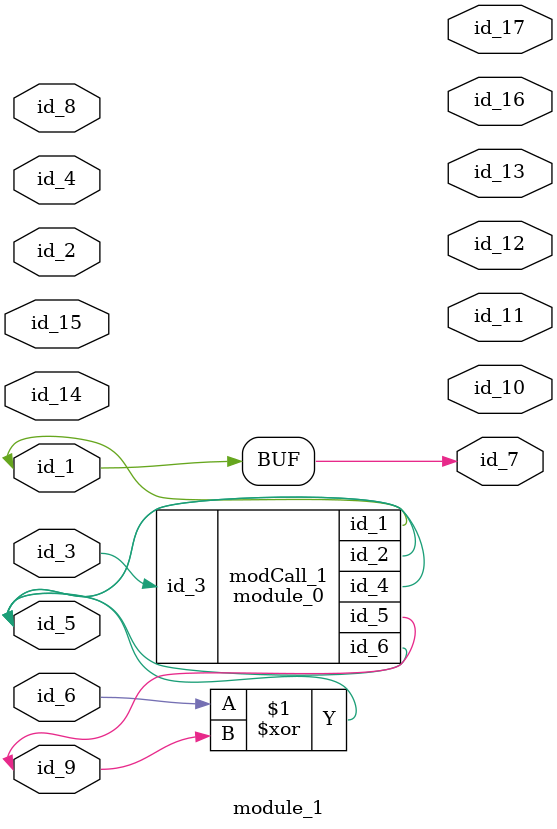
<source format=v>
module module_0 (
    id_1,
    id_2,
    id_3,
    id_4,
    id_5,
    id_6
);
  inout wire id_6;
  inout wire id_5;
  inout wire id_4;
  input wire id_3;
  inout wire id_2;
  output wire id_1;
  wire id_7, id_8, id_9, id_10;
endmodule
module module_1 (
    id_1,
    id_2,
    id_3,
    id_4,
    id_5,
    id_6,
    id_7,
    id_8,
    id_9,
    id_10,
    id_11,
    id_12,
    id_13,
    id_14,
    id_15,
    id_16,
    id_17
);
  output wire id_17;
  output wire id_16;
  input wire id_15;
  input wire id_14;
  output wire id_13;
  output wire id_12;
  output wire id_11;
  output wire id_10;
  inout wire id_9;
  input wire id_8;
  output wire id_7;
  input wire id_6;
  inout wire id_5;
  input wire id_4;
  input wire id_3;
  input wire id_2;
  inout wire id_1;
  assign id_5 = id_6 ^ id_9;
  module_0 modCall_1 (
      id_1,
      id_5,
      id_3,
      id_5,
      id_9,
      id_5
  );
  assign id_16[1] = 1;
  assign id_7 = id_1;
endmodule

</source>
